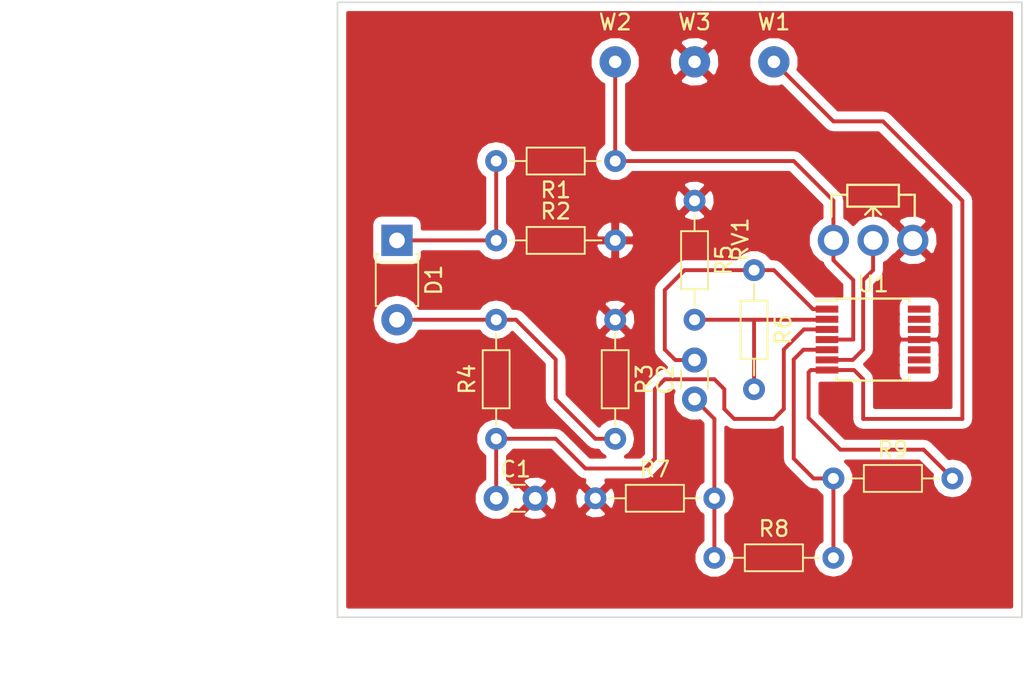
<source format=kicad_pcb>
(kicad_pcb (version 4) (host pcbnew 4.0.5-e0-6337~49~ubuntu16.04.1)

  (general
    (links 27)
    (no_connects 0)
    (area 111.530001 85.039999 177.215001 131.605)
    (thickness 1.6)
    (drawings 6)
    (tracks 79)
    (zones 0)
    (modules 17)
    (nets 18)
  )

  (page A4)
  (layers
    (0 F.Cu signal)
    (31 B.Cu signal)
    (32 B.Adhes user)
    (33 F.Adhes user)
    (34 B.Paste user)
    (35 F.Paste user)
    (36 B.SilkS user)
    (37 F.SilkS user)
    (38 B.Mask user)
    (39 F.Mask user)
    (40 Dwgs.User user)
    (41 Cmts.User user)
    (42 Eco1.User user)
    (43 Eco2.User user)
    (44 Edge.Cuts user)
    (45 Margin user)
    (46 B.CrtYd user)
    (47 F.CrtYd user)
    (48 B.Fab user)
    (49 F.Fab user)
  )

  (setup
    (last_trace_width 0.25)
    (trace_clearance 0.2)
    (zone_clearance 0.508)
    (zone_45_only no)
    (trace_min 0.2)
    (segment_width 0.2)
    (edge_width 0.1)
    (via_size 0.6)
    (via_drill 0.4)
    (via_min_size 0.2)
    (via_min_drill 0.3)
    (uvia_size 0.3)
    (uvia_drill 0.1)
    (uvias_allowed no)
    (uvia_min_size 0.2)
    (uvia_min_drill 0.1)
    (pcb_text_width 0.3)
    (pcb_text_size 1.5 1.5)
    (mod_edge_width 0.15)
    (mod_text_size 1 1)
    (mod_text_width 0.15)
    (pad_size 1.5 1.5)
    (pad_drill 0.6)
    (pad_to_mask_clearance 0)
    (aux_axis_origin 0 0)
    (visible_elements FFFFFF7F)
    (pcbplotparams
      (layerselection 0x00000_00000001)
      (usegerberextensions false)
      (excludeedgelayer true)
      (linewidth 0.100000)
      (plotframeref false)
      (viasonmask false)
      (mode 1)
      (useauxorigin false)
      (hpglpennumber 1)
      (hpglpenspeed 20)
      (hpglpendiameter 15)
      (hpglpenoverlay 2)
      (psnegative true)
      (psa4output false)
      (plotreference true)
      (plotvalue true)
      (plotinvisibletext false)
      (padsonsilk false)
      (subtractmaskfromsilk false)
      (outputformat 4)
      (mirror false)
      (drillshape 0)
      (scaleselection 1)
      (outputdirectory /home/luis/Roboy/Sensors/))
  )

  (net 0 "")
  (net 1 "Net-(C1-Pad1)")
  (net 2 GND)
  (net 3 "Net-(C2-Pad1)")
  (net 4 "Net-(C2-Pad2)")
  (net 5 "Net-(D1-Pad1)")
  (net 6 "Net-(D1-Pad2)")
  (net 7 +5V)
  (net 8 "Net-(R5-Pad2)")
  (net 9 "Net-(R8-Pad2)")
  (net 10 "Net-(R9-Pad2)")
  (net 11 "Net-(RV1-Pad2)")
  (net 12 "Net-(U1-Pad8)")
  (net 13 "Net-(U1-Pad9)")
  (net 14 "Net-(U1-Pad10)")
  (net 15 "Net-(U1-Pad12)")
  (net 16 "Net-(U1-Pad13)")
  (net 17 "Net-(U1-Pad14)")

  (net_class Default "This is the default net class."
    (clearance 0.2)
    (trace_width 0.25)
    (via_dia 0.6)
    (via_drill 0.4)
    (uvia_dia 0.3)
    (uvia_drill 0.1)
    (add_net +5V)
    (add_net GND)
    (add_net "Net-(C1-Pad1)")
    (add_net "Net-(C2-Pad1)")
    (add_net "Net-(C2-Pad2)")
    (add_net "Net-(D1-Pad1)")
    (add_net "Net-(D1-Pad2)")
    (add_net "Net-(R5-Pad2)")
    (add_net "Net-(R8-Pad2)")
    (add_net "Net-(R9-Pad2)")
    (add_net "Net-(RV1-Pad2)")
    (add_net "Net-(U1-Pad10)")
    (add_net "Net-(U1-Pad12)")
    (add_net "Net-(U1-Pad13)")
    (add_net "Net-(U1-Pad14)")
    (add_net "Net-(U1-Pad8)")
    (add_net "Net-(U1-Pad9)")
  )

  (module Capacitors_THT:C_Disc_D3.0mm_W1.6mm_P2.50mm (layer F.Cu) (tedit 58765D06) (tstamp 588207E7)
    (at 143.51 116.84)
    (descr "C, Disc series, Radial, pin pitch=2.50mm, , diameter*width=3.0*1.6mm^2, Capacitor, http://www.vishay.com/docs/45233/krseries.pdf")
    (tags "C Disc series Radial pin pitch 2.50mm  diameter 3.0mm width 1.6mm Capacitor")
    (path /5880FD31)
    (fp_text reference C1 (at 1.25 -1.86) (layer F.SilkS)
      (effects (font (size 1 1) (thickness 0.15)))
    )
    (fp_text value 33p (at 1.25 1.86) (layer F.Fab)
      (effects (font (size 1 1) (thickness 0.15)))
    )
    (fp_line (start -0.25 -0.8) (end -0.25 0.8) (layer F.Fab) (width 0.1))
    (fp_line (start -0.25 0.8) (end 2.75 0.8) (layer F.Fab) (width 0.1))
    (fp_line (start 2.75 0.8) (end 2.75 -0.8) (layer F.Fab) (width 0.1))
    (fp_line (start 2.75 -0.8) (end -0.25 -0.8) (layer F.Fab) (width 0.1))
    (fp_line (start 0.663 -0.861) (end 1.837 -0.861) (layer F.SilkS) (width 0.12))
    (fp_line (start 0.663 0.861) (end 1.837 0.861) (layer F.SilkS) (width 0.12))
    (fp_line (start -1.05 -1.15) (end -1.05 1.15) (layer F.CrtYd) (width 0.05))
    (fp_line (start -1.05 1.15) (end 3.55 1.15) (layer F.CrtYd) (width 0.05))
    (fp_line (start 3.55 1.15) (end 3.55 -1.15) (layer F.CrtYd) (width 0.05))
    (fp_line (start 3.55 -1.15) (end -1.05 -1.15) (layer F.CrtYd) (width 0.05))
    (pad 1 thru_hole circle (at 0 0) (size 1.6 1.6) (drill 0.8) (layers *.Cu *.Mask)
      (net 1 "Net-(C1-Pad1)"))
    (pad 2 thru_hole circle (at 2.5 0) (size 1.6 1.6) (drill 0.8) (layers *.Cu *.Mask)
      (net 2 GND))
    (model Capacitors_ThroughHole.3dshapes/C_Disc_D3.0mm_W1.6mm_P2.50mm.wrl
      (at (xyz 0 0 0))
      (scale (xyz 0.393701 0.393701 0.393701))
      (rotate (xyz 0 0 0))
    )
  )

  (module Capacitors_THT:C_Disc_D3.0mm_W1.6mm_P2.50mm (layer F.Cu) (tedit 58765D06) (tstamp 588207ED)
    (at 156.21 110.49 90)
    (descr "C, Disc series, Radial, pin pitch=2.50mm, , diameter*width=3.0*1.6mm^2, Capacitor, http://www.vishay.com/docs/45233/krseries.pdf")
    (tags "C Disc series Radial pin pitch 2.50mm  diameter 3.0mm width 1.6mm Capacitor")
    (path /58810E8C)
    (fp_text reference C2 (at 1.25 -1.86 90) (layer F.SilkS)
      (effects (font (size 1 1) (thickness 0.15)))
    )
    (fp_text value 100n (at 1.25 1.86 90) (layer F.Fab)
      (effects (font (size 1 1) (thickness 0.15)))
    )
    (fp_line (start -0.25 -0.8) (end -0.25 0.8) (layer F.Fab) (width 0.1))
    (fp_line (start -0.25 0.8) (end 2.75 0.8) (layer F.Fab) (width 0.1))
    (fp_line (start 2.75 0.8) (end 2.75 -0.8) (layer F.Fab) (width 0.1))
    (fp_line (start 2.75 -0.8) (end -0.25 -0.8) (layer F.Fab) (width 0.1))
    (fp_line (start 0.663 -0.861) (end 1.837 -0.861) (layer F.SilkS) (width 0.12))
    (fp_line (start 0.663 0.861) (end 1.837 0.861) (layer F.SilkS) (width 0.12))
    (fp_line (start -1.05 -1.15) (end -1.05 1.15) (layer F.CrtYd) (width 0.05))
    (fp_line (start -1.05 1.15) (end 3.55 1.15) (layer F.CrtYd) (width 0.05))
    (fp_line (start 3.55 1.15) (end 3.55 -1.15) (layer F.CrtYd) (width 0.05))
    (fp_line (start 3.55 -1.15) (end -1.05 -1.15) (layer F.CrtYd) (width 0.05))
    (pad 1 thru_hole circle (at 0 0 90) (size 1.6 1.6) (drill 0.8) (layers *.Cu *.Mask)
      (net 3 "Net-(C2-Pad1)"))
    (pad 2 thru_hole circle (at 2.5 0 90) (size 1.6 1.6) (drill 0.8) (layers *.Cu *.Mask)
      (net 4 "Net-(C2-Pad2)"))
    (model Capacitors_ThroughHole.3dshapes/C_Disc_D3.0mm_W1.6mm_P2.50mm.wrl
      (at (xyz 0 0 0))
      (scale (xyz 0.393701 0.393701 0.393701))
      (rotate (xyz 0 0 0))
    )
  )

  (module Diodes_THT:D_T-1_P5.08mm_Horizontal (layer F.Cu) (tedit 5877C982) (tstamp 588207F3)
    (at 137.16 100.33 270)
    (descr "D, T-1 series, Axial, Horizontal, pin pitch=5.08mm, , length*diameter=3.2*2.6mm^2, , http://www.diodes.com/_files/packages/T-1.pdf")
    (tags "D T-1 series Axial Horizontal pin pitch 5.08mm  length 3.2mm diameter 2.6mm")
    (path /5880F4BA)
    (fp_text reference D1 (at 2.54 -2.36 270) (layer F.SilkS)
      (effects (font (size 1 1) (thickness 0.15)))
    )
    (fp_text value D_Photo (at 2.54 2.36 270) (layer F.Fab)
      (effects (font (size 1 1) (thickness 0.15)))
    )
    (fp_line (start 0.94 -1.3) (end 0.94 1.3) (layer F.Fab) (width 0.1))
    (fp_line (start 0.94 1.3) (end 4.14 1.3) (layer F.Fab) (width 0.1))
    (fp_line (start 4.14 1.3) (end 4.14 -1.3) (layer F.Fab) (width 0.1))
    (fp_line (start 4.14 -1.3) (end 0.94 -1.3) (layer F.Fab) (width 0.1))
    (fp_line (start 0 0) (end 0.94 0) (layer F.Fab) (width 0.1))
    (fp_line (start 5.08 0) (end 4.14 0) (layer F.Fab) (width 0.1))
    (fp_line (start 1.42 -1.3) (end 1.42 1.3) (layer F.Fab) (width 0.1))
    (fp_line (start 0.88 -1.18) (end 0.88 -1.36) (layer F.SilkS) (width 0.12))
    (fp_line (start 0.88 -1.36) (end 4.2 -1.36) (layer F.SilkS) (width 0.12))
    (fp_line (start 4.2 -1.36) (end 4.2 -1.18) (layer F.SilkS) (width 0.12))
    (fp_line (start 0.88 1.18) (end 0.88 1.36) (layer F.SilkS) (width 0.12))
    (fp_line (start 0.88 1.36) (end 4.2 1.36) (layer F.SilkS) (width 0.12))
    (fp_line (start 4.2 1.36) (end 4.2 1.18) (layer F.SilkS) (width 0.12))
    (fp_line (start 1.42 -1.36) (end 1.42 1.36) (layer F.SilkS) (width 0.12))
    (fp_line (start -1.25 -1.65) (end -1.25 1.65) (layer F.CrtYd) (width 0.05))
    (fp_line (start -1.25 1.65) (end 6.35 1.65) (layer F.CrtYd) (width 0.05))
    (fp_line (start 6.35 1.65) (end 6.35 -1.65) (layer F.CrtYd) (width 0.05))
    (fp_line (start 6.35 -1.65) (end -1.25 -1.65) (layer F.CrtYd) (width 0.05))
    (pad 1 thru_hole rect (at 0 0 270) (size 2 2) (drill 1) (layers *.Cu *.Mask)
      (net 5 "Net-(D1-Pad1)"))
    (pad 2 thru_hole oval (at 5.08 0 270) (size 2 2) (drill 1) (layers *.Cu *.Mask)
      (net 6 "Net-(D1-Pad2)"))
    (model Diodes_ThroughHole.3dshapes/D_T-1_P5.08mm_Horizontal.wrl
      (at (xyz 0 0 0))
      (scale (xyz 0.393701 0.393701 0.393701))
      (rotate (xyz 0 0 0))
    )
  )

  (module Resistors_THT:R_Axial_DIN0204_L3.6mm_D1.6mm_P7.62mm_Horizontal (layer F.Cu) (tedit 5874F706) (tstamp 588207F9)
    (at 151.13 95.25 180)
    (descr "Resistor, Axial_DIN0204 series, Axial, Horizontal, pin pitch=7.62mm, 0.16666666666666666W = 1/6W, length*diameter=3.6*1.6mm^2, http://cdn-reichelt.de/documents/datenblatt/B400/1_4W%23YAG.pdf")
    (tags "Resistor Axial_DIN0204 series Axial Horizontal pin pitch 7.62mm 0.16666666666666666W = 1/6W length 3.6mm diameter 1.6mm")
    (path /5880F5D2)
    (fp_text reference R1 (at 3.81 -1.86 180) (layer F.SilkS)
      (effects (font (size 1 1) (thickness 0.15)))
    )
    (fp_text value 15k (at 3.81 1.86 180) (layer F.Fab)
      (effects (font (size 1 1) (thickness 0.15)))
    )
    (fp_line (start 2.01 -0.8) (end 2.01 0.8) (layer F.Fab) (width 0.1))
    (fp_line (start 2.01 0.8) (end 5.61 0.8) (layer F.Fab) (width 0.1))
    (fp_line (start 5.61 0.8) (end 5.61 -0.8) (layer F.Fab) (width 0.1))
    (fp_line (start 5.61 -0.8) (end 2.01 -0.8) (layer F.Fab) (width 0.1))
    (fp_line (start 0 0) (end 2.01 0) (layer F.Fab) (width 0.1))
    (fp_line (start 7.62 0) (end 5.61 0) (layer F.Fab) (width 0.1))
    (fp_line (start 1.95 -0.86) (end 1.95 0.86) (layer F.SilkS) (width 0.12))
    (fp_line (start 1.95 0.86) (end 5.67 0.86) (layer F.SilkS) (width 0.12))
    (fp_line (start 5.67 0.86) (end 5.67 -0.86) (layer F.SilkS) (width 0.12))
    (fp_line (start 5.67 -0.86) (end 1.95 -0.86) (layer F.SilkS) (width 0.12))
    (fp_line (start 0.88 0) (end 1.95 0) (layer F.SilkS) (width 0.12))
    (fp_line (start 6.74 0) (end 5.67 0) (layer F.SilkS) (width 0.12))
    (fp_line (start -0.95 -1.15) (end -0.95 1.15) (layer F.CrtYd) (width 0.05))
    (fp_line (start -0.95 1.15) (end 8.6 1.15) (layer F.CrtYd) (width 0.05))
    (fp_line (start 8.6 1.15) (end 8.6 -1.15) (layer F.CrtYd) (width 0.05))
    (fp_line (start 8.6 -1.15) (end -0.95 -1.15) (layer F.CrtYd) (width 0.05))
    (pad 1 thru_hole circle (at 0 0 180) (size 1.4 1.4) (drill 0.7) (layers *.Cu *.Mask)
      (net 7 +5V))
    (pad 2 thru_hole oval (at 7.62 0 180) (size 1.4 1.4) (drill 0.7) (layers *.Cu *.Mask)
      (net 5 "Net-(D1-Pad1)"))
    (model Resistors_ThroughHole.3dshapes/R_Axial_DIN0204_L3.6mm_D1.6mm_P7.62mm_Horizontal.wrl
      (at (xyz 0 0 0))
      (scale (xyz 0.393701 0.393701 0.393701))
      (rotate (xyz 0 0 0))
    )
  )

  (module Resistors_THT:R_Axial_DIN0204_L3.6mm_D1.6mm_P7.62mm_Horizontal (layer F.Cu) (tedit 5874F706) (tstamp 588207FF)
    (at 143.51 100.33)
    (descr "Resistor, Axial_DIN0204 series, Axial, Horizontal, pin pitch=7.62mm, 0.16666666666666666W = 1/6W, length*diameter=3.6*1.6mm^2, http://cdn-reichelt.de/documents/datenblatt/B400/1_4W%23YAG.pdf")
    (tags "Resistor Axial_DIN0204 series Axial Horizontal pin pitch 7.62mm 0.16666666666666666W = 1/6W length 3.6mm diameter 1.6mm")
    (path /5880F64B)
    (fp_text reference R2 (at 3.81 -1.86) (layer F.SilkS)
      (effects (font (size 1 1) (thickness 0.15)))
    )
    (fp_text value 10k (at 3.81 1.86) (layer F.Fab)
      (effects (font (size 1 1) (thickness 0.15)))
    )
    (fp_line (start 2.01 -0.8) (end 2.01 0.8) (layer F.Fab) (width 0.1))
    (fp_line (start 2.01 0.8) (end 5.61 0.8) (layer F.Fab) (width 0.1))
    (fp_line (start 5.61 0.8) (end 5.61 -0.8) (layer F.Fab) (width 0.1))
    (fp_line (start 5.61 -0.8) (end 2.01 -0.8) (layer F.Fab) (width 0.1))
    (fp_line (start 0 0) (end 2.01 0) (layer F.Fab) (width 0.1))
    (fp_line (start 7.62 0) (end 5.61 0) (layer F.Fab) (width 0.1))
    (fp_line (start 1.95 -0.86) (end 1.95 0.86) (layer F.SilkS) (width 0.12))
    (fp_line (start 1.95 0.86) (end 5.67 0.86) (layer F.SilkS) (width 0.12))
    (fp_line (start 5.67 0.86) (end 5.67 -0.86) (layer F.SilkS) (width 0.12))
    (fp_line (start 5.67 -0.86) (end 1.95 -0.86) (layer F.SilkS) (width 0.12))
    (fp_line (start 0.88 0) (end 1.95 0) (layer F.SilkS) (width 0.12))
    (fp_line (start 6.74 0) (end 5.67 0) (layer F.SilkS) (width 0.12))
    (fp_line (start -0.95 -1.15) (end -0.95 1.15) (layer F.CrtYd) (width 0.05))
    (fp_line (start -0.95 1.15) (end 8.6 1.15) (layer F.CrtYd) (width 0.05))
    (fp_line (start 8.6 1.15) (end 8.6 -1.15) (layer F.CrtYd) (width 0.05))
    (fp_line (start 8.6 -1.15) (end -0.95 -1.15) (layer F.CrtYd) (width 0.05))
    (pad 1 thru_hole circle (at 0 0) (size 1.4 1.4) (drill 0.7) (layers *.Cu *.Mask)
      (net 5 "Net-(D1-Pad1)"))
    (pad 2 thru_hole oval (at 7.62 0) (size 1.4 1.4) (drill 0.7) (layers *.Cu *.Mask)
      (net 2 GND))
    (model Resistors_ThroughHole.3dshapes/R_Axial_DIN0204_L3.6mm_D1.6mm_P7.62mm_Horizontal.wrl
      (at (xyz 0 0 0))
      (scale (xyz 0.393701 0.393701 0.393701))
      (rotate (xyz 0 0 0))
    )
  )

  (module Resistors_THT:R_Axial_DIN0204_L3.6mm_D1.6mm_P7.62mm_Horizontal (layer F.Cu) (tedit 5874F706) (tstamp 58820805)
    (at 151.13 105.41 270)
    (descr "Resistor, Axial_DIN0204 series, Axial, Horizontal, pin pitch=7.62mm, 0.16666666666666666W = 1/6W, length*diameter=3.6*1.6mm^2, http://cdn-reichelt.de/documents/datenblatt/B400/1_4W%23YAG.pdf")
    (tags "Resistor Axial_DIN0204 series Axial Horizontal pin pitch 7.62mm 0.16666666666666666W = 1/6W length 3.6mm diameter 1.6mm")
    (path /5880FC83)
    (fp_text reference R3 (at 3.81 -1.86 270) (layer F.SilkS)
      (effects (font (size 1 1) (thickness 0.15)))
    )
    (fp_text value 100k (at 3.81 1.86 270) (layer F.Fab)
      (effects (font (size 1 1) (thickness 0.15)))
    )
    (fp_line (start 2.01 -0.8) (end 2.01 0.8) (layer F.Fab) (width 0.1))
    (fp_line (start 2.01 0.8) (end 5.61 0.8) (layer F.Fab) (width 0.1))
    (fp_line (start 5.61 0.8) (end 5.61 -0.8) (layer F.Fab) (width 0.1))
    (fp_line (start 5.61 -0.8) (end 2.01 -0.8) (layer F.Fab) (width 0.1))
    (fp_line (start 0 0) (end 2.01 0) (layer F.Fab) (width 0.1))
    (fp_line (start 7.62 0) (end 5.61 0) (layer F.Fab) (width 0.1))
    (fp_line (start 1.95 -0.86) (end 1.95 0.86) (layer F.SilkS) (width 0.12))
    (fp_line (start 1.95 0.86) (end 5.67 0.86) (layer F.SilkS) (width 0.12))
    (fp_line (start 5.67 0.86) (end 5.67 -0.86) (layer F.SilkS) (width 0.12))
    (fp_line (start 5.67 -0.86) (end 1.95 -0.86) (layer F.SilkS) (width 0.12))
    (fp_line (start 0.88 0) (end 1.95 0) (layer F.SilkS) (width 0.12))
    (fp_line (start 6.74 0) (end 5.67 0) (layer F.SilkS) (width 0.12))
    (fp_line (start -0.95 -1.15) (end -0.95 1.15) (layer F.CrtYd) (width 0.05))
    (fp_line (start -0.95 1.15) (end 8.6 1.15) (layer F.CrtYd) (width 0.05))
    (fp_line (start 8.6 1.15) (end 8.6 -1.15) (layer F.CrtYd) (width 0.05))
    (fp_line (start 8.6 -1.15) (end -0.95 -1.15) (layer F.CrtYd) (width 0.05))
    (pad 1 thru_hole circle (at 0 0 270) (size 1.4 1.4) (drill 0.7) (layers *.Cu *.Mask)
      (net 2 GND))
    (pad 2 thru_hole oval (at 7.62 0 270) (size 1.4 1.4) (drill 0.7) (layers *.Cu *.Mask)
      (net 6 "Net-(D1-Pad2)"))
    (model Resistors_ThroughHole.3dshapes/R_Axial_DIN0204_L3.6mm_D1.6mm_P7.62mm_Horizontal.wrl
      (at (xyz 0 0 0))
      (scale (xyz 0.393701 0.393701 0.393701))
      (rotate (xyz 0 0 0))
    )
  )

  (module Resistors_THT:R_Axial_DIN0204_L3.6mm_D1.6mm_P7.62mm_Horizontal (layer F.Cu) (tedit 5874F706) (tstamp 5882080B)
    (at 143.51 113.03 90)
    (descr "Resistor, Axial_DIN0204 series, Axial, Horizontal, pin pitch=7.62mm, 0.16666666666666666W = 1/6W, length*diameter=3.6*1.6mm^2, http://cdn-reichelt.de/documents/datenblatt/B400/1_4W%23YAG.pdf")
    (tags "Resistor Axial_DIN0204 series Axial Horizontal pin pitch 7.62mm 0.16666666666666666W = 1/6W length 3.6mm diameter 1.6mm")
    (path /5880FBD5)
    (fp_text reference R4 (at 3.81 -1.86 90) (layer F.SilkS)
      (effects (font (size 1 1) (thickness 0.15)))
    )
    (fp_text value 10k (at 3.81 1.86 90) (layer F.Fab)
      (effects (font (size 1 1) (thickness 0.15)))
    )
    (fp_line (start 2.01 -0.8) (end 2.01 0.8) (layer F.Fab) (width 0.1))
    (fp_line (start 2.01 0.8) (end 5.61 0.8) (layer F.Fab) (width 0.1))
    (fp_line (start 5.61 0.8) (end 5.61 -0.8) (layer F.Fab) (width 0.1))
    (fp_line (start 5.61 -0.8) (end 2.01 -0.8) (layer F.Fab) (width 0.1))
    (fp_line (start 0 0) (end 2.01 0) (layer F.Fab) (width 0.1))
    (fp_line (start 7.62 0) (end 5.61 0) (layer F.Fab) (width 0.1))
    (fp_line (start 1.95 -0.86) (end 1.95 0.86) (layer F.SilkS) (width 0.12))
    (fp_line (start 1.95 0.86) (end 5.67 0.86) (layer F.SilkS) (width 0.12))
    (fp_line (start 5.67 0.86) (end 5.67 -0.86) (layer F.SilkS) (width 0.12))
    (fp_line (start 5.67 -0.86) (end 1.95 -0.86) (layer F.SilkS) (width 0.12))
    (fp_line (start 0.88 0) (end 1.95 0) (layer F.SilkS) (width 0.12))
    (fp_line (start 6.74 0) (end 5.67 0) (layer F.SilkS) (width 0.12))
    (fp_line (start -0.95 -1.15) (end -0.95 1.15) (layer F.CrtYd) (width 0.05))
    (fp_line (start -0.95 1.15) (end 8.6 1.15) (layer F.CrtYd) (width 0.05))
    (fp_line (start 8.6 1.15) (end 8.6 -1.15) (layer F.CrtYd) (width 0.05))
    (fp_line (start 8.6 -1.15) (end -0.95 -1.15) (layer F.CrtYd) (width 0.05))
    (pad 1 thru_hole circle (at 0 0 90) (size 1.4 1.4) (drill 0.7) (layers *.Cu *.Mask)
      (net 1 "Net-(C1-Pad1)"))
    (pad 2 thru_hole oval (at 7.62 0 90) (size 1.4 1.4) (drill 0.7) (layers *.Cu *.Mask)
      (net 6 "Net-(D1-Pad2)"))
    (model Resistors_ThroughHole.3dshapes/R_Axial_DIN0204_L3.6mm_D1.6mm_P7.62mm_Horizontal.wrl
      (at (xyz 0 0 0))
      (scale (xyz 0.393701 0.393701 0.393701))
      (rotate (xyz 0 0 0))
    )
  )

  (module Resistors_THT:R_Axial_DIN0204_L3.6mm_D1.6mm_P7.62mm_Horizontal (layer F.Cu) (tedit 5874F706) (tstamp 58820811)
    (at 156.21 97.79 270)
    (descr "Resistor, Axial_DIN0204 series, Axial, Horizontal, pin pitch=7.62mm, 0.16666666666666666W = 1/6W, length*diameter=3.6*1.6mm^2, http://cdn-reichelt.de/documents/datenblatt/B400/1_4W%23YAG.pdf")
    (tags "Resistor Axial_DIN0204 series Axial Horizontal pin pitch 7.62mm 0.16666666666666666W = 1/6W length 3.6mm diameter 1.6mm")
    (path /5880FDCA)
    (fp_text reference R5 (at 3.81 -1.86 270) (layer F.SilkS)
      (effects (font (size 1 1) (thickness 0.15)))
    )
    (fp_text value 1k (at 3.81 1.86 270) (layer F.Fab)
      (effects (font (size 1 1) (thickness 0.15)))
    )
    (fp_line (start 2.01 -0.8) (end 2.01 0.8) (layer F.Fab) (width 0.1))
    (fp_line (start 2.01 0.8) (end 5.61 0.8) (layer F.Fab) (width 0.1))
    (fp_line (start 5.61 0.8) (end 5.61 -0.8) (layer F.Fab) (width 0.1))
    (fp_line (start 5.61 -0.8) (end 2.01 -0.8) (layer F.Fab) (width 0.1))
    (fp_line (start 0 0) (end 2.01 0) (layer F.Fab) (width 0.1))
    (fp_line (start 7.62 0) (end 5.61 0) (layer F.Fab) (width 0.1))
    (fp_line (start 1.95 -0.86) (end 1.95 0.86) (layer F.SilkS) (width 0.12))
    (fp_line (start 1.95 0.86) (end 5.67 0.86) (layer F.SilkS) (width 0.12))
    (fp_line (start 5.67 0.86) (end 5.67 -0.86) (layer F.SilkS) (width 0.12))
    (fp_line (start 5.67 -0.86) (end 1.95 -0.86) (layer F.SilkS) (width 0.12))
    (fp_line (start 0.88 0) (end 1.95 0) (layer F.SilkS) (width 0.12))
    (fp_line (start 6.74 0) (end 5.67 0) (layer F.SilkS) (width 0.12))
    (fp_line (start -0.95 -1.15) (end -0.95 1.15) (layer F.CrtYd) (width 0.05))
    (fp_line (start -0.95 1.15) (end 8.6 1.15) (layer F.CrtYd) (width 0.05))
    (fp_line (start 8.6 1.15) (end 8.6 -1.15) (layer F.CrtYd) (width 0.05))
    (fp_line (start 8.6 -1.15) (end -0.95 -1.15) (layer F.CrtYd) (width 0.05))
    (pad 1 thru_hole circle (at 0 0 270) (size 1.4 1.4) (drill 0.7) (layers *.Cu *.Mask)
      (net 2 GND))
    (pad 2 thru_hole oval (at 7.62 0 270) (size 1.4 1.4) (drill 0.7) (layers *.Cu *.Mask)
      (net 8 "Net-(R5-Pad2)"))
    (model Resistors_ThroughHole.3dshapes/R_Axial_DIN0204_L3.6mm_D1.6mm_P7.62mm_Horizontal.wrl
      (at (xyz 0 0 0))
      (scale (xyz 0.393701 0.393701 0.393701))
      (rotate (xyz 0 0 0))
    )
  )

  (module Resistors_THT:R_Axial_DIN0204_L3.6mm_D1.6mm_P7.62mm_Horizontal (layer F.Cu) (tedit 5874F706) (tstamp 58820817)
    (at 160.02 102.235 270)
    (descr "Resistor, Axial_DIN0204 series, Axial, Horizontal, pin pitch=7.62mm, 0.16666666666666666W = 1/6W, length*diameter=3.6*1.6mm^2, http://cdn-reichelt.de/documents/datenblatt/B400/1_4W%23YAG.pdf")
    (tags "Resistor Axial_DIN0204 series Axial Horizontal pin pitch 7.62mm 0.16666666666666666W = 1/6W length 3.6mm diameter 1.6mm")
    (path /58810266)
    (fp_text reference R6 (at 3.81 -1.86 270) (layer F.SilkS)
      (effects (font (size 1 1) (thickness 0.15)))
    )
    (fp_text value 40k (at 3.81 1.86 270) (layer F.Fab)
      (effects (font (size 1 1) (thickness 0.15)))
    )
    (fp_line (start 2.01 -0.8) (end 2.01 0.8) (layer F.Fab) (width 0.1))
    (fp_line (start 2.01 0.8) (end 5.61 0.8) (layer F.Fab) (width 0.1))
    (fp_line (start 5.61 0.8) (end 5.61 -0.8) (layer F.Fab) (width 0.1))
    (fp_line (start 5.61 -0.8) (end 2.01 -0.8) (layer F.Fab) (width 0.1))
    (fp_line (start 0 0) (end 2.01 0) (layer F.Fab) (width 0.1))
    (fp_line (start 7.62 0) (end 5.61 0) (layer F.Fab) (width 0.1))
    (fp_line (start 1.95 -0.86) (end 1.95 0.86) (layer F.SilkS) (width 0.12))
    (fp_line (start 1.95 0.86) (end 5.67 0.86) (layer F.SilkS) (width 0.12))
    (fp_line (start 5.67 0.86) (end 5.67 -0.86) (layer F.SilkS) (width 0.12))
    (fp_line (start 5.67 -0.86) (end 1.95 -0.86) (layer F.SilkS) (width 0.12))
    (fp_line (start 0.88 0) (end 1.95 0) (layer F.SilkS) (width 0.12))
    (fp_line (start 6.74 0) (end 5.67 0) (layer F.SilkS) (width 0.12))
    (fp_line (start -0.95 -1.15) (end -0.95 1.15) (layer F.CrtYd) (width 0.05))
    (fp_line (start -0.95 1.15) (end 8.6 1.15) (layer F.CrtYd) (width 0.05))
    (fp_line (start 8.6 1.15) (end 8.6 -1.15) (layer F.CrtYd) (width 0.05))
    (fp_line (start 8.6 -1.15) (end -0.95 -1.15) (layer F.CrtYd) (width 0.05))
    (pad 1 thru_hole circle (at 0 0 270) (size 1.4 1.4) (drill 0.7) (layers *.Cu *.Mask)
      (net 4 "Net-(C2-Pad2)"))
    (pad 2 thru_hole oval (at 7.62 0 270) (size 1.4 1.4) (drill 0.7) (layers *.Cu *.Mask)
      (net 8 "Net-(R5-Pad2)"))
    (model Resistors_ThroughHole.3dshapes/R_Axial_DIN0204_L3.6mm_D1.6mm_P7.62mm_Horizontal.wrl
      (at (xyz 0 0 0))
      (scale (xyz 0.393701 0.393701 0.393701))
      (rotate (xyz 0 0 0))
    )
  )

  (module Resistors_THT:R_Axial_DIN0204_L3.6mm_D1.6mm_P7.62mm_Horizontal (layer F.Cu) (tedit 5874F706) (tstamp 5882081D)
    (at 149.86 116.84)
    (descr "Resistor, Axial_DIN0204 series, Axial, Horizontal, pin pitch=7.62mm, 0.16666666666666666W = 1/6W, length*diameter=3.6*1.6mm^2, http://cdn-reichelt.de/documents/datenblatt/B400/1_4W%23YAG.pdf")
    (tags "Resistor Axial_DIN0204 series Axial Horizontal pin pitch 7.62mm 0.16666666666666666W = 1/6W length 3.6mm diameter 1.6mm")
    (path /58810F56)
    (fp_text reference R7 (at 3.81 -1.86) (layer F.SilkS)
      (effects (font (size 1 1) (thickness 0.15)))
    )
    (fp_text value 10k (at 3.81 1.86) (layer F.Fab)
      (effects (font (size 1 1) (thickness 0.15)))
    )
    (fp_line (start 2.01 -0.8) (end 2.01 0.8) (layer F.Fab) (width 0.1))
    (fp_line (start 2.01 0.8) (end 5.61 0.8) (layer F.Fab) (width 0.1))
    (fp_line (start 5.61 0.8) (end 5.61 -0.8) (layer F.Fab) (width 0.1))
    (fp_line (start 5.61 -0.8) (end 2.01 -0.8) (layer F.Fab) (width 0.1))
    (fp_line (start 0 0) (end 2.01 0) (layer F.Fab) (width 0.1))
    (fp_line (start 7.62 0) (end 5.61 0) (layer F.Fab) (width 0.1))
    (fp_line (start 1.95 -0.86) (end 1.95 0.86) (layer F.SilkS) (width 0.12))
    (fp_line (start 1.95 0.86) (end 5.67 0.86) (layer F.SilkS) (width 0.12))
    (fp_line (start 5.67 0.86) (end 5.67 -0.86) (layer F.SilkS) (width 0.12))
    (fp_line (start 5.67 -0.86) (end 1.95 -0.86) (layer F.SilkS) (width 0.12))
    (fp_line (start 0.88 0) (end 1.95 0) (layer F.SilkS) (width 0.12))
    (fp_line (start 6.74 0) (end 5.67 0) (layer F.SilkS) (width 0.12))
    (fp_line (start -0.95 -1.15) (end -0.95 1.15) (layer F.CrtYd) (width 0.05))
    (fp_line (start -0.95 1.15) (end 8.6 1.15) (layer F.CrtYd) (width 0.05))
    (fp_line (start 8.6 1.15) (end 8.6 -1.15) (layer F.CrtYd) (width 0.05))
    (fp_line (start 8.6 -1.15) (end -0.95 -1.15) (layer F.CrtYd) (width 0.05))
    (pad 1 thru_hole circle (at 0 0) (size 1.4 1.4) (drill 0.7) (layers *.Cu *.Mask)
      (net 2 GND))
    (pad 2 thru_hole oval (at 7.62 0) (size 1.4 1.4) (drill 0.7) (layers *.Cu *.Mask)
      (net 3 "Net-(C2-Pad1)"))
    (model Resistors_ThroughHole.3dshapes/R_Axial_DIN0204_L3.6mm_D1.6mm_P7.62mm_Horizontal.wrl
      (at (xyz 0 0 0))
      (scale (xyz 0.393701 0.393701 0.393701))
      (rotate (xyz 0 0 0))
    )
  )

  (module Resistors_THT:R_Axial_DIN0204_L3.6mm_D1.6mm_P7.62mm_Horizontal (layer F.Cu) (tedit 5874F706) (tstamp 58820823)
    (at 157.48 120.65)
    (descr "Resistor, Axial_DIN0204 series, Axial, Horizontal, pin pitch=7.62mm, 0.16666666666666666W = 1/6W, length*diameter=3.6*1.6mm^2, http://cdn-reichelt.de/documents/datenblatt/B400/1_4W%23YAG.pdf")
    (tags "Resistor Axial_DIN0204 series Axial Horizontal pin pitch 7.62mm 0.16666666666666666W = 1/6W length 3.6mm diameter 1.6mm")
    (path /58811407)
    (fp_text reference R8 (at 3.81 -1.86) (layer F.SilkS)
      (effects (font (size 1 1) (thickness 0.15)))
    )
    (fp_text value 1k (at 3.81 1.86) (layer F.Fab)
      (effects (font (size 1 1) (thickness 0.15)))
    )
    (fp_line (start 2.01 -0.8) (end 2.01 0.8) (layer F.Fab) (width 0.1))
    (fp_line (start 2.01 0.8) (end 5.61 0.8) (layer F.Fab) (width 0.1))
    (fp_line (start 5.61 0.8) (end 5.61 -0.8) (layer F.Fab) (width 0.1))
    (fp_line (start 5.61 -0.8) (end 2.01 -0.8) (layer F.Fab) (width 0.1))
    (fp_line (start 0 0) (end 2.01 0) (layer F.Fab) (width 0.1))
    (fp_line (start 7.62 0) (end 5.61 0) (layer F.Fab) (width 0.1))
    (fp_line (start 1.95 -0.86) (end 1.95 0.86) (layer F.SilkS) (width 0.12))
    (fp_line (start 1.95 0.86) (end 5.67 0.86) (layer F.SilkS) (width 0.12))
    (fp_line (start 5.67 0.86) (end 5.67 -0.86) (layer F.SilkS) (width 0.12))
    (fp_line (start 5.67 -0.86) (end 1.95 -0.86) (layer F.SilkS) (width 0.12))
    (fp_line (start 0.88 0) (end 1.95 0) (layer F.SilkS) (width 0.12))
    (fp_line (start 6.74 0) (end 5.67 0) (layer F.SilkS) (width 0.12))
    (fp_line (start -0.95 -1.15) (end -0.95 1.15) (layer F.CrtYd) (width 0.05))
    (fp_line (start -0.95 1.15) (end 8.6 1.15) (layer F.CrtYd) (width 0.05))
    (fp_line (start 8.6 1.15) (end 8.6 -1.15) (layer F.CrtYd) (width 0.05))
    (fp_line (start 8.6 -1.15) (end -0.95 -1.15) (layer F.CrtYd) (width 0.05))
    (pad 1 thru_hole circle (at 0 0) (size 1.4 1.4) (drill 0.7) (layers *.Cu *.Mask)
      (net 3 "Net-(C2-Pad1)"))
    (pad 2 thru_hole oval (at 7.62 0) (size 1.4 1.4) (drill 0.7) (layers *.Cu *.Mask)
      (net 9 "Net-(R8-Pad2)"))
    (model Resistors_ThroughHole.3dshapes/R_Axial_DIN0204_L3.6mm_D1.6mm_P7.62mm_Horizontal.wrl
      (at (xyz 0 0 0))
      (scale (xyz 0.393701 0.393701 0.393701))
      (rotate (xyz 0 0 0))
    )
  )

  (module Resistors_THT:R_Axial_DIN0204_L3.6mm_D1.6mm_P7.62mm_Horizontal (layer F.Cu) (tedit 5874F706) (tstamp 58820829)
    (at 165.1 115.57)
    (descr "Resistor, Axial_DIN0204 series, Axial, Horizontal, pin pitch=7.62mm, 0.16666666666666666W = 1/6W, length*diameter=3.6*1.6mm^2, http://cdn-reichelt.de/documents/datenblatt/B400/1_4W%23YAG.pdf")
    (tags "Resistor Axial_DIN0204 series Axial Horizontal pin pitch 7.62mm 0.16666666666666666W = 1/6W length 3.6mm diameter 1.6mm")
    (path /58811464)
    (fp_text reference R9 (at 3.81 -1.86) (layer F.SilkS)
      (effects (font (size 1 1) (thickness 0.15)))
    )
    (fp_text value 52k (at 3.81 1.86) (layer F.Fab)
      (effects (font (size 1 1) (thickness 0.15)))
    )
    (fp_line (start 2.01 -0.8) (end 2.01 0.8) (layer F.Fab) (width 0.1))
    (fp_line (start 2.01 0.8) (end 5.61 0.8) (layer F.Fab) (width 0.1))
    (fp_line (start 5.61 0.8) (end 5.61 -0.8) (layer F.Fab) (width 0.1))
    (fp_line (start 5.61 -0.8) (end 2.01 -0.8) (layer F.Fab) (width 0.1))
    (fp_line (start 0 0) (end 2.01 0) (layer F.Fab) (width 0.1))
    (fp_line (start 7.62 0) (end 5.61 0) (layer F.Fab) (width 0.1))
    (fp_line (start 1.95 -0.86) (end 1.95 0.86) (layer F.SilkS) (width 0.12))
    (fp_line (start 1.95 0.86) (end 5.67 0.86) (layer F.SilkS) (width 0.12))
    (fp_line (start 5.67 0.86) (end 5.67 -0.86) (layer F.SilkS) (width 0.12))
    (fp_line (start 5.67 -0.86) (end 1.95 -0.86) (layer F.SilkS) (width 0.12))
    (fp_line (start 0.88 0) (end 1.95 0) (layer F.SilkS) (width 0.12))
    (fp_line (start 6.74 0) (end 5.67 0) (layer F.SilkS) (width 0.12))
    (fp_line (start -0.95 -1.15) (end -0.95 1.15) (layer F.CrtYd) (width 0.05))
    (fp_line (start -0.95 1.15) (end 8.6 1.15) (layer F.CrtYd) (width 0.05))
    (fp_line (start 8.6 1.15) (end 8.6 -1.15) (layer F.CrtYd) (width 0.05))
    (fp_line (start 8.6 -1.15) (end -0.95 -1.15) (layer F.CrtYd) (width 0.05))
    (pad 1 thru_hole circle (at 0 0) (size 1.4 1.4) (drill 0.7) (layers *.Cu *.Mask)
      (net 9 "Net-(R8-Pad2)"))
    (pad 2 thru_hole oval (at 7.62 0) (size 1.4 1.4) (drill 0.7) (layers *.Cu *.Mask)
      (net 10 "Net-(R9-Pad2)"))
    (model Resistors_ThroughHole.3dshapes/R_Axial_DIN0204_L3.6mm_D1.6mm_P7.62mm_Horizontal.wrl
      (at (xyz 0 0 0))
      (scale (xyz 0.393701 0.393701 0.393701))
      (rotate (xyz 0 0 0))
    )
  )

  (module Potentiometers:Potentiometer_WirePads_Small (layer F.Cu) (tedit 5446FD75) (tstamp 58820830)
    (at 165.1 100.33 90)
    (descr "Potentiometer, Wire Pads only, small, RevA, 02 Aug 2010,")
    (tags "Potentiometer, Wire Pads only, small, RevA, 02 Aug 2010,")
    (path /58811C66)
    (fp_text reference RV1 (at 0.0508 -5.95884 90) (layer F.SilkS)
      (effects (font (size 1 1) (thickness 0.15)))
    )
    (fp_text value 10k (at -1.34874 10.78992 90) (layer F.Fab)
      (effects (font (size 1 1) (thickness 0.15)))
    )
    (fp_line (start 2.921 4.191) (end 2.921 5.207) (layer F.SilkS) (width 0.15))
    (fp_line (start 2.921 5.207) (end 1.524 5.207) (layer F.SilkS) (width 0.15))
    (fp_line (start 2.921 0.889) (end 2.921 -0.127) (layer F.SilkS) (width 0.15))
    (fp_line (start 2.921 -0.127) (end 1.524 -0.127) (layer F.SilkS) (width 0.15))
    (fp_line (start 2.159 2.54) (end 1.524 2.54) (layer F.SilkS) (width 0.15))
    (fp_line (start 2.159 2.54) (end 1.651 3.048) (layer F.SilkS) (width 0.15))
    (fp_line (start 2.159 2.54) (end 1.651 2.032) (layer F.SilkS) (width 0.15))
    (fp_line (start 2.159 0.889) (end 3.556 0.889) (layer F.SilkS) (width 0.15))
    (fp_line (start 3.556 0.889) (end 3.556 4.191) (layer F.SilkS) (width 0.15))
    (fp_line (start 3.556 4.191) (end 2.159 4.191) (layer F.SilkS) (width 0.15))
    (fp_line (start 2.159 4.191) (end 2.159 0.889) (layer F.SilkS) (width 0.15))
    (pad 2 thru_hole circle (at 0 2.54 90) (size 1.99898 1.99898) (drill 1.19888) (layers *.Cu *.Mask)
      (net 11 "Net-(RV1-Pad2)"))
    (pad 3 thru_hole circle (at 0 5.08 90) (size 1.99898 1.99898) (drill 1.19888) (layers *.Cu *.Mask)
      (net 2 GND))
    (pad 1 thru_hole circle (at 0 0 90) (size 1.99898 1.99898) (drill 1.19888) (layers *.Cu *.Mask)
      (net 7 +5V))
  )

  (module Housings_SSOP:TSSOP-14_4.4x5mm_Pitch0.65mm (layer F.Cu) (tedit 54130A77) (tstamp 58820852)
    (at 167.64 106.68)
    (descr "14-Lead Plastic Thin Shrink Small Outline (ST)-4.4 mm Body [TSSOP] (see Microchip Packaging Specification 00000049BS.pdf)")
    (tags "SSOP 0.65")
    (path /5880FE32)
    (attr smd)
    (fp_text reference U1 (at 0 -3.55) (layer F.SilkS)
      (effects (font (size 1 1) (thickness 0.15)))
    )
    (fp_text value MCP6004 (at 0 3.55) (layer F.Fab)
      (effects (font (size 1 1) (thickness 0.15)))
    )
    (fp_line (start -1.2 -2.5) (end 2.2 -2.5) (layer F.Fab) (width 0.15))
    (fp_line (start 2.2 -2.5) (end 2.2 2.5) (layer F.Fab) (width 0.15))
    (fp_line (start 2.2 2.5) (end -2.2 2.5) (layer F.Fab) (width 0.15))
    (fp_line (start -2.2 2.5) (end -2.2 -1.5) (layer F.Fab) (width 0.15))
    (fp_line (start -2.2 -1.5) (end -1.2 -2.5) (layer F.Fab) (width 0.15))
    (fp_line (start -3.95 -2.8) (end -3.95 2.8) (layer F.CrtYd) (width 0.05))
    (fp_line (start 3.95 -2.8) (end 3.95 2.8) (layer F.CrtYd) (width 0.05))
    (fp_line (start -3.95 -2.8) (end 3.95 -2.8) (layer F.CrtYd) (width 0.05))
    (fp_line (start -3.95 2.8) (end 3.95 2.8) (layer F.CrtYd) (width 0.05))
    (fp_line (start -2.325 -2.625) (end -2.325 -2.5) (layer F.SilkS) (width 0.15))
    (fp_line (start 2.325 -2.625) (end 2.325 -2.4) (layer F.SilkS) (width 0.15))
    (fp_line (start 2.325 2.625) (end 2.325 2.4) (layer F.SilkS) (width 0.15))
    (fp_line (start -2.325 2.625) (end -2.325 2.4) (layer F.SilkS) (width 0.15))
    (fp_line (start -2.325 -2.625) (end 2.325 -2.625) (layer F.SilkS) (width 0.15))
    (fp_line (start -2.325 2.625) (end 2.325 2.625) (layer F.SilkS) (width 0.15))
    (fp_line (start -2.325 -2.5) (end -3.675 -2.5) (layer F.SilkS) (width 0.15))
    (pad 1 smd rect (at -2.95 -1.95) (size 1.45 0.45) (layers F.Cu F.Paste F.Mask)
      (net 4 "Net-(C2-Pad2)"))
    (pad 2 smd rect (at -2.95 -1.3) (size 1.45 0.45) (layers F.Cu F.Paste F.Mask)
      (net 8 "Net-(R5-Pad2)"))
    (pad 3 smd rect (at -2.95 -0.65) (size 1.45 0.45) (layers F.Cu F.Paste F.Mask)
      (net 1 "Net-(C1-Pad1)"))
    (pad 4 smd rect (at -2.95 0) (size 1.45 0.45) (layers F.Cu F.Paste F.Mask)
      (net 7 +5V))
    (pad 5 smd rect (at -2.95 0.65) (size 1.45 0.45) (layers F.Cu F.Paste F.Mask)
      (net 9 "Net-(R8-Pad2)"))
    (pad 6 smd rect (at -2.95 1.3) (size 1.45 0.45) (layers F.Cu F.Paste F.Mask)
      (net 11 "Net-(RV1-Pad2)"))
    (pad 7 smd rect (at -2.95 1.95) (size 1.45 0.45) (layers F.Cu F.Paste F.Mask)
      (net 10 "Net-(R9-Pad2)"))
    (pad 8 smd rect (at 2.95 1.95) (size 1.45 0.45) (layers F.Cu F.Paste F.Mask)
      (net 12 "Net-(U1-Pad8)"))
    (pad 9 smd rect (at 2.95 1.3) (size 1.45 0.45) (layers F.Cu F.Paste F.Mask)
      (net 13 "Net-(U1-Pad9)"))
    (pad 10 smd rect (at 2.95 0.65) (size 1.45 0.45) (layers F.Cu F.Paste F.Mask)
      (net 14 "Net-(U1-Pad10)"))
    (pad 11 smd rect (at 2.95 0) (size 1.45 0.45) (layers F.Cu F.Paste F.Mask)
      (net 2 GND))
    (pad 12 smd rect (at 2.95 -0.65) (size 1.45 0.45) (layers F.Cu F.Paste F.Mask)
      (net 15 "Net-(U1-Pad12)"))
    (pad 13 smd rect (at 2.95 -1.3) (size 1.45 0.45) (layers F.Cu F.Paste F.Mask)
      (net 16 "Net-(U1-Pad13)"))
    (pad 14 smd rect (at 2.95 -1.95) (size 1.45 0.45) (layers F.Cu F.Paste F.Mask)
      (net 17 "Net-(U1-Pad14)"))
    (model Housings_SSOP.3dshapes/TSSOP-14_4.4x5mm_Pitch0.65mm.wrl
      (at (xyz 0 0 0))
      (scale (xyz 1 1 1))
      (rotate (xyz 0 0 0))
    )
  )

  (module Wire_Pads:SolderWirePad_single_0-8mmDrill (layer F.Cu) (tedit 0) (tstamp 58820857)
    (at 161.29 88.9)
    (path /58815743)
    (fp_text reference W1 (at 0 -2.54) (layer F.SilkS)
      (effects (font (size 1 1) (thickness 0.15)))
    )
    (fp_text value Sgn_out (at 0 2.54) (layer F.Fab)
      (effects (font (size 1 1) (thickness 0.15)))
    )
    (pad 1 thru_hole circle (at 0 0) (size 1.99898 1.99898) (drill 0.8001) (layers *.Cu *.Mask)
      (net 10 "Net-(R9-Pad2)"))
  )

  (module Wire_Pads:SolderWirePad_single_0-8mmDrill (layer F.Cu) (tedit 0) (tstamp 58820915)
    (at 151.13 88.9)
    (path /58822A43)
    (fp_text reference W2 (at 0 -2.54) (layer F.SilkS)
      (effects (font (size 1 1) (thickness 0.15)))
    )
    (fp_text value Vcc (at 0 2.54) (layer F.Fab)
      (effects (font (size 1 1) (thickness 0.15)))
    )
    (pad 1 thru_hole circle (at 0 0) (size 1.99898 1.99898) (drill 0.8001) (layers *.Cu *.Mask)
      (net 7 +5V))
  )

  (module Wire_Pads:SolderWirePad_single_0-8mmDrill (layer F.Cu) (tedit 0) (tstamp 5882091A)
    (at 156.21 88.9)
    (path /58822AF4)
    (fp_text reference W3 (at 0 -2.54) (layer F.SilkS)
      (effects (font (size 1 1) (thickness 0.15)))
    )
    (fp_text value Gnd (at 0 2.54) (layer F.Fab)
      (effects (font (size 1 1) (thickness 0.15)))
    )
    (pad 1 thru_hole circle (at 0 0) (size 1.99898 1.99898) (drill 0.8001) (layers *.Cu *.Mask)
      (net 2 GND))
  )

  (dimension 39.37 (width 0.3) (layer Cmts.User)
    (gr_text "39,370 mm" (at 118.03 104.775 90) (layer Cmts.User)
      (effects (font (size 1.5 1.5) (thickness 0.3)))
    )
    (feature1 (pts (xy 123.825 85.09) (xy 116.68 85.09)))
    (feature2 (pts (xy 123.825 124.46) (xy 116.68 124.46)))
    (crossbar (pts (xy 119.38 124.46) (xy 119.38 85.09)))
    (arrow1a (pts (xy 119.38 85.09) (xy 119.966421 86.216504)))
    (arrow1b (pts (xy 119.38 85.09) (xy 118.793579 86.216504)))
    (arrow2a (pts (xy 119.38 124.46) (xy 119.966421 123.333496)))
    (arrow2b (pts (xy 119.38 124.46) (xy 118.793579 123.333496)))
  )
  (dimension 43.815 (width 0.3) (layer Cmts.User)
    (gr_text "43,815 mm" (at 155.2575 130.254999) (layer Cmts.User)
      (effects (font (size 1.5 1.5) (thickness 0.3)))
    )
    (feature1 (pts (xy 177.165 127) (xy 177.165 131.604999)))
    (feature2 (pts (xy 133.35 127) (xy 133.35 131.604999)))
    (crossbar (pts (xy 133.35 128.904999) (xy 177.165 128.904999)))
    (arrow1a (pts (xy 177.165 128.904999) (xy 176.038496 129.49142)))
    (arrow1b (pts (xy 177.165 128.904999) (xy 176.038496 128.318578)))
    (arrow2a (pts (xy 133.35 128.904999) (xy 134.476504 129.49142)))
    (arrow2b (pts (xy 133.35 128.904999) (xy 134.476504 128.318578)))
  )
  (gr_line (start 133.35 124.46) (end 133.35 85.09) (angle 90) (layer Edge.Cuts) (width 0.1))
  (gr_line (start 177.165 124.46) (end 133.35 124.46) (angle 90) (layer Edge.Cuts) (width 0.1))
  (gr_line (start 177.165 85.09) (end 177.165 124.46) (angle 90) (layer Edge.Cuts) (width 0.1))
  (gr_line (start 133.35 85.09) (end 177.165 85.09) (angle 90) (layer Edge.Cuts) (width 0.1))

  (segment (start 149.225 114.935) (end 153.035 114.935) (width 0.25) (layer F.Cu) (net 1))
  (segment (start 147.32 113.03) (end 149.225 114.935) (width 0.25) (layer F.Cu) (net 1) (tstamp 58821A04))
  (segment (start 153.035 114.935) (end 153.67 114.3) (width 0.25) (layer F.Cu) (net 1) (tstamp 58821A0F))
  (segment (start 153.67 114.3) (end 153.67 109.855) (width 0.25) (layer F.Cu) (net 1) (tstamp 58821A15))
  (segment (start 153.67 109.855) (end 154.305 109.22) (width 0.25) (layer F.Cu) (net 1) (tstamp 58821A23))
  (segment (start 154.305 109.22) (end 157.48 109.22) (width 0.25) (layer F.Cu) (net 1) (tstamp 58821A25))
  (segment (start 157.48 109.22) (end 158.115 109.855) (width 0.25) (layer F.Cu) (net 1) (tstamp 58821A27))
  (segment (start 158.115 109.855) (end 158.115 111.125) (width 0.25) (layer F.Cu) (net 1) (tstamp 58821A33))
  (segment (start 158.115 111.125) (end 158.75 111.76) (width 0.25) (layer F.Cu) (net 1) (tstamp 58821A37))
  (segment (start 158.75 111.76) (end 161.29 111.76) (width 0.25) (layer F.Cu) (net 1) (tstamp 58821A3B))
  (segment (start 161.29 111.76) (end 161.925 111.125) (width 0.25) (layer F.Cu) (net 1) (tstamp 58821A3F))
  (segment (start 161.925 111.125) (end 161.925 107.315) (width 0.25) (layer F.Cu) (net 1) (tstamp 58821A41))
  (segment (start 161.925 107.315) (end 163.21 106.03) (width 0.25) (layer F.Cu) (net 1) (tstamp 58821A48))
  (segment (start 164.69 106.03) (end 163.21 106.03) (width 0.25) (layer F.Cu) (net 1) (tstamp 58821A49))
  (segment (start 147.32 113.03) (end 143.51 113.03) (width 0.25) (layer F.Cu) (net 1))
  (segment (start 143.51 116.84) (end 143.51 113.03) (width 0.25) (layer F.Cu) (net 1) (status 80000))
  (segment (start 170.59 106.68) (end 168.91 106.68) (width 0.25) (layer F.Cu) (net 2))
  (segment (start 170.59 106.68) (end 172.085 106.68) (width 0.25) (layer F.Cu) (net 2))
  (segment (start 156.21 110.49) (end 157.48 111.76) (width 0.25) (layer F.Cu) (net 3) (status 80000))
  (segment (start 157.48 111.76) (end 157.48 116.84) (width 0.25) (layer F.Cu) (net 3) (status 80000))
  (segment (start 157.48 116.84) (end 157.48 120.65) (width 0.25) (layer F.Cu) (net 3) (status 80000))
  (segment (start 160.925 102.235) (end 161.29 102.235) (width 0.25) (layer F.Cu) (net 4))
  (segment (start 160.02 102.235) (end 160.925 102.235) (width 0.25) (layer F.Cu) (net 4))
  (segment (start 163.785 104.73) (end 164.69 104.73) (width 0.25) (layer F.Cu) (net 4) (tstamp 588219D2))
  (segment (start 161.29 102.235) (end 163.785 104.73) (width 0.25) (layer F.Cu) (net 4) (tstamp 588219C2))
  (segment (start 156.21 107.99) (end 154.98 107.99) (width 0.25) (layer F.Cu) (net 4))
  (segment (start 155.575 102.235) (end 160.02 102.235) (width 0.25) (layer F.Cu) (net 4) (tstamp 58821931))
  (segment (start 154.305 103.505) (end 155.575 102.235) (width 0.25) (layer F.Cu) (net 4) (tstamp 5882192C))
  (segment (start 154.305 107.315) (end 154.305 103.505) (width 0.25) (layer F.Cu) (net 4) (tstamp 58821929))
  (segment (start 154.98 107.99) (end 154.305 107.315) (width 0.25) (layer F.Cu) (net 4) (tstamp 58821927))
  (segment (start 156.21 107.99) (end 156.21 107.95) (width 0.25) (layer F.Cu) (net 4) (status 80000))
  (segment (start 137.16 100.33) (end 143.51 100.33) (width 0.25) (layer F.Cu) (net 5))
  (segment (start 143.51 100.33) (end 143.51 95.25) (width 0.25) (layer F.Cu) (net 5) (status 80000))
  (segment (start 143.51 105.41) (end 144.78 105.41) (width 0.25) (layer F.Cu) (net 6))
  (segment (start 149.86 113.03) (end 151.13 113.03) (width 0.25) (layer F.Cu) (net 6) (tstamp 5882371D))
  (segment (start 147.32 110.49) (end 149.86 113.03) (width 0.25) (layer F.Cu) (net 6) (tstamp 5882371A))
  (segment (start 147.32 107.95) (end 147.32 110.49) (width 0.25) (layer F.Cu) (net 6) (tstamp 58823715))
  (segment (start 144.78 105.41) (end 147.32 107.95) (width 0.25) (layer F.Cu) (net 6) (tstamp 58823711))
  (segment (start 137.16 105.41) (end 143.51 105.41) (width 0.25) (layer F.Cu) (net 6))
  (segment (start 151.13 95.25) (end 162.56 95.25) (width 0.25) (layer F.Cu) (net 7))
  (segment (start 165.1 97.79) (end 165.1 100.33) (width 0.25) (layer F.Cu) (net 7) (tstamp 588241EF))
  (segment (start 162.56 95.25) (end 165.1 97.79) (width 0.25) (layer F.Cu) (net 7) (tstamp 588241EC))
  (segment (start 151.13 88.9) (end 151.13 95.25) (width 0.25) (layer F.Cu) (net 7) (status 80000))
  (segment (start 165.1 100.33) (end 165.1 101.6) (width 0.25) (layer F.Cu) (net 7) (status 80000))
  (segment (start 166.37 106.68) (end 164.69 106.68) (width 0.25) (layer F.Cu) (net 7) (status 80000))
  (segment (start 166.37 102.87) (end 166.37 106.68) (width 0.25) (layer F.Cu) (net 7) (status 80000))
  (segment (start 165.1 101.6) (end 166.37 102.87) (width 0.25) (layer F.Cu) (net 7) (status 80000))
  (segment (start 160.02 109.855) (end 160.02 105.41) (width 0.25) (layer F.Cu) (net 8))
  (segment (start 164.69 105.38) (end 165.1 105.41) (width 0.25) (layer F.Cu) (net 8) (status 80000))
  (segment (start 156.21 105.41) (end 160.02 105.41) (width 0.25) (layer F.Cu) (net 8) (status 80000))
  (segment (start 160.02 105.41) (end 165.1 105.41) (width 0.25) (layer F.Cu) (net 8) (tstamp 58821920) (status 80000))
  (segment (start 165.1 105.41) (end 164.69 105.38) (width 0.25) (layer F.Cu) (net 8) (tstamp 58820BD2) (status 80000))
  (segment (start 165.1 115.57) (end 163.83 115.57) (width 0.25) (layer F.Cu) (net 9))
  (segment (start 163.18 107.33) (end 164.69 107.33) (width 0.25) (layer F.Cu) (net 9) (tstamp 58823670))
  (segment (start 162.56 107.95) (end 163.18 107.33) (width 0.25) (layer F.Cu) (net 9) (tstamp 5882366F))
  (segment (start 162.56 114.3) (end 162.56 107.95) (width 0.25) (layer F.Cu) (net 9) (tstamp 5882366B))
  (segment (start 163.83 115.57) (end 162.56 114.3) (width 0.25) (layer F.Cu) (net 9) (tstamp 58823667))
  (segment (start 165.1 120.65) (end 165.1 115.57) (width 0.25) (layer F.Cu) (net 9) (status 80000))
  (segment (start 164.69 108.63) (end 163.658 108.63) (width 0.25) (layer F.Cu) (net 10))
  (segment (start 170.8785 113.7285) (end 172.72 115.57) (width 0.25) (layer F.Cu) (net 10) (tstamp 5882444F))
  (segment (start 165.5445 113.7285) (end 170.8785 113.7285) (width 0.25) (layer F.Cu) (net 10) (tstamp 5882444C))
  (segment (start 163.5125 111.6965) (end 165.5445 113.7285) (width 0.25) (layer F.Cu) (net 10) (tstamp 58824449))
  (segment (start 163.5125 108.7755) (end 163.5125 111.6965) (width 0.25) (layer F.Cu) (net 10) (tstamp 58824445))
  (segment (start 163.658 108.63) (end 163.5125 108.7755) (width 0.25) (layer F.Cu) (net 10) (tstamp 5882443F))
  (segment (start 164.69 108.63) (end 166.415 108.63) (width 0.25) (layer F.Cu) (net 10))
  (segment (start 165.1 92.71) (end 161.29 88.9) (width 0.25) (layer F.Cu) (net 10) (tstamp 58823FE0))
  (segment (start 168.275 92.71) (end 165.1 92.71) (width 0.25) (layer F.Cu) (net 10) (tstamp 58823FDE))
  (segment (start 173.355 97.79) (end 168.275 92.71) (width 0.25) (layer F.Cu) (net 10) (tstamp 58823FDC))
  (segment (start 173.355 111.76) (end 173.355 97.79) (width 0.25) (layer F.Cu) (net 10) (tstamp 58823FDA))
  (segment (start 173.355 111.76) (end 173.355 111.76) (width 0.25) (layer F.Cu) (net 10) (tstamp 58823FD9))
  (segment (start 167.005 111.76) (end 173.355 111.76) (width 0.25) (layer F.Cu) (net 10) (tstamp 58823FD8))
  (segment (start 167.005 109.22) (end 167.005 111.76) (width 0.25) (layer F.Cu) (net 10) (tstamp 58823FD7))
  (segment (start 166.415 108.63) (end 167.005 109.22) (width 0.25) (layer F.Cu) (net 10) (tstamp 58823FD6))
  (segment (start 164.69 107.98) (end 166.34 107.98) (width 0.25) (layer F.Cu) (net 11))
  (segment (start 167.64 102.235) (end 167.64 100.33) (width 0.25) (layer F.Cu) (net 11) (tstamp 5882369B))
  (segment (start 167.005 102.87) (end 167.64 102.235) (width 0.25) (layer F.Cu) (net 11) (tstamp 58823699))
  (segment (start 167.005 107.315) (end 167.005 102.87) (width 0.25) (layer F.Cu) (net 11) (tstamp 58823696))
  (segment (start 166.34 107.98) (end 167.005 107.315) (width 0.25) (layer F.Cu) (net 11) (tstamp 58823692))
  (segment (start 164.69 107.98) (end 165.1 107.95) (width 0.25) (layer F.Cu) (net 11) (status 80000))

  (zone (net 2) (net_name GND) (layer F.Cu) (tstamp 5882453E) (hatch edge 0.508)
    (connect_pads (clearance 0.508))
    (min_thickness 0.254)
    (fill yes (arc_segments 16) (thermal_gap 0.508) (thermal_bridge_width 0.508))
    (polygon
      (pts
        (xy 177.165 124.46) (xy 133.35 124.46) (xy 133.35 85.09) (xy 177.165 85.09)
      )
    )
    (filled_polygon
      (pts
        (xy 176.48 123.775) (xy 134.035 123.775) (xy 134.035 105.377968) (xy 135.525 105.377968) (xy 135.525 105.442032)
        (xy 135.649457 106.067719) (xy 136.00388 106.598152) (xy 136.534313 106.952575) (xy 137.16 107.077032) (xy 137.785687 106.952575)
        (xy 138.31612 106.598152) (xy 138.602201 106.17) (xy 142.4256 106.17) (xy 142.566012 106.380142) (xy 142.999118 106.669533)
        (xy 143.51 106.771154) (xy 144.020882 106.669533) (xy 144.453988 106.380142) (xy 144.542649 106.247451) (xy 146.56 108.264802)
        (xy 146.56 110.49) (xy 146.617852 110.780839) (xy 146.782599 111.027401) (xy 149.322599 113.567401) (xy 149.56916 113.732148)
        (xy 149.617414 113.741746) (xy 149.86 113.79) (xy 150.0456 113.79) (xy 150.186012 114.000142) (xy 150.447707 114.175)
        (xy 149.539802 114.175) (xy 147.857401 112.492599) (xy 147.610839 112.327852) (xy 147.32 112.27) (xy 144.637655 112.27)
        (xy 144.267204 111.898902) (xy 143.776713 111.695232) (xy 143.245617 111.694769) (xy 142.754771 111.897582) (xy 142.378902 112.272796)
        (xy 142.175232 112.763287) (xy 142.174769 113.294383) (xy 142.377582 113.785229) (xy 142.75 114.158297) (xy 142.75 115.601354)
        (xy 142.6982 115.622757) (xy 142.294176 116.026077) (xy 142.07525 116.553309) (xy 142.074752 117.124187) (xy 142.292757 117.6518)
        (xy 142.696077 118.055824) (xy 143.223309 118.27475) (xy 143.794187 118.275248) (xy 144.3218 118.057243) (xy 144.531663 117.847745)
        (xy 145.181861 117.847745) (xy 145.255995 118.093864) (xy 145.793223 118.286965) (xy 146.363454 118.259778) (xy 146.764005 118.093864)
        (xy 146.838139 117.847745) (xy 146.76567 117.775275) (xy 149.104331 117.775275) (xy 149.166169 118.011042) (xy 149.667122 118.187419)
        (xy 150.19744 118.158664) (xy 150.553831 118.011042) (xy 150.615669 117.775275) (xy 149.86 117.019605) (xy 149.104331 117.775275)
        (xy 146.76567 117.775275) (xy 146.01 117.019605) (xy 145.181861 117.847745) (xy 144.531663 117.847745) (xy 144.725824 117.653923)
        (xy 144.753423 117.587456) (xy 144.756136 117.594005) (xy 145.002255 117.668139) (xy 145.830395 116.84) (xy 146.189605 116.84)
        (xy 147.017745 117.668139) (xy 147.263864 117.594005) (xy 147.456965 117.056777) (xy 147.437434 116.647122) (xy 148.512581 116.647122)
        (xy 148.541336 117.17744) (xy 148.688958 117.533831) (xy 148.924725 117.595669) (xy 149.680395 116.84) (xy 150.039605 116.84)
        (xy 150.795275 117.595669) (xy 151.031042 117.533831) (xy 151.207419 117.032878) (xy 151.178664 116.50256) (xy 151.031042 116.146169)
        (xy 150.795275 116.084331) (xy 150.039605 116.84) (xy 149.680395 116.84) (xy 148.924725 116.084331) (xy 148.688958 116.146169)
        (xy 148.512581 116.647122) (xy 147.437434 116.647122) (xy 147.429778 116.486546) (xy 147.263864 116.085995) (xy 147.017745 116.011861)
        (xy 146.189605 116.84) (xy 145.830395 116.84) (xy 145.002255 116.011861) (xy 144.756136 116.085995) (xy 144.753804 116.092483)
        (xy 144.727243 116.0282) (xy 144.53164 115.832255) (xy 145.181861 115.832255) (xy 146.01 116.660395) (xy 146.838139 115.832255)
        (xy 146.764005 115.586136) (xy 146.226777 115.393035) (xy 145.656546 115.420222) (xy 145.255995 115.586136) (xy 145.181861 115.832255)
        (xy 144.53164 115.832255) (xy 144.323923 115.624176) (xy 144.27 115.601785) (xy 144.27 114.157655) (xy 144.638297 113.79)
        (xy 147.005198 113.79) (xy 148.687599 115.472401) (xy 148.934161 115.637148) (xy 149.162594 115.682587) (xy 149.104331 115.904725)
        (xy 149.86 116.660395) (xy 150.615669 115.904725) (xy 150.560661 115.695) (xy 153.035 115.695) (xy 153.325839 115.637148)
        (xy 153.572401 115.472401) (xy 154.207401 114.837401) (xy 154.372148 114.590839) (xy 154.43 114.3) (xy 154.43 110.169802)
        (xy 154.619802 109.98) (xy 154.867976 109.98) (xy 154.77525 110.203309) (xy 154.774752 110.774187) (xy 154.992757 111.3018)
        (xy 155.396077 111.705824) (xy 155.923309 111.92475) (xy 156.494187 111.925248) (xy 156.548149 111.902951) (xy 156.72 112.074802)
        (xy 156.72 115.7556) (xy 156.509858 115.896012) (xy 156.220467 116.329118) (xy 156.118846 116.84) (xy 156.220467 117.350882)
        (xy 156.509858 117.783988) (xy 156.72 117.9244) (xy 156.72 119.522345) (xy 156.348902 119.892796) (xy 156.145232 120.383287)
        (xy 156.144769 120.914383) (xy 156.347582 121.405229) (xy 156.722796 121.781098) (xy 157.213287 121.984768) (xy 157.744383 121.985231)
        (xy 158.235229 121.782418) (xy 158.611098 121.407204) (xy 158.814768 120.916713) (xy 158.815231 120.385617) (xy 158.612418 119.894771)
        (xy 158.24 119.521703) (xy 158.24 117.9244) (xy 158.450142 117.783988) (xy 158.739533 117.350882) (xy 158.841154 116.84)
        (xy 158.739533 116.329118) (xy 158.450142 115.896012) (xy 158.24 115.7556) (xy 158.24 112.31571) (xy 158.459161 112.462148)
        (xy 158.75 112.52) (xy 161.29 112.52) (xy 161.580839 112.462148) (xy 161.8 112.31571) (xy 161.8 114.3)
        (xy 161.857852 114.590839) (xy 162.022599 114.837401) (xy 163.292599 116.107401) (xy 163.53916 116.272148) (xy 163.83 116.33)
        (xy 163.972345 116.33) (xy 164.34 116.698297) (xy 164.34 119.5656) (xy 164.129858 119.706012) (xy 163.840467 120.139118)
        (xy 163.738846 120.65) (xy 163.840467 121.160882) (xy 164.129858 121.593988) (xy 164.562964 121.883379) (xy 165.073846 121.985)
        (xy 165.126154 121.985) (xy 165.637036 121.883379) (xy 166.070142 121.593988) (xy 166.359533 121.160882) (xy 166.461154 120.65)
        (xy 166.359533 120.139118) (xy 166.070142 119.706012) (xy 165.86 119.5656) (xy 165.86 116.697655) (xy 166.231098 116.327204)
        (xy 166.434768 115.836713) (xy 166.435231 115.305617) (xy 166.232418 114.814771) (xy 165.906716 114.4885) (xy 170.563698 114.4885)
        (xy 171.406355 115.331157) (xy 171.358846 115.57) (xy 171.460467 116.080882) (xy 171.749858 116.513988) (xy 172.182964 116.803379)
        (xy 172.693846 116.905) (xy 172.746154 116.905) (xy 173.257036 116.803379) (xy 173.690142 116.513988) (xy 173.979533 116.080882)
        (xy 174.081154 115.57) (xy 173.979533 115.059118) (xy 173.690142 114.626012) (xy 173.257036 114.336621) (xy 172.746154 114.235)
        (xy 172.693846 114.235) (xy 172.498632 114.27383) (xy 171.415901 113.191099) (xy 171.169339 113.026352) (xy 170.8785 112.9685)
        (xy 165.859302 112.9685) (xy 164.2725 111.381698) (xy 164.2725 109.50244) (xy 165.415 109.50244) (xy 165.650317 109.458162)
        (xy 165.756244 109.39) (xy 166.100198 109.39) (xy 166.245 109.534802) (xy 166.245 111.76) (xy 166.302852 112.050839)
        (xy 166.467599 112.297401) (xy 166.714161 112.462148) (xy 167.005 112.52) (xy 173.355 112.52) (xy 173.645839 112.462148)
        (xy 173.892401 112.297401) (xy 174.057148 112.050839) (xy 174.115 111.76) (xy 174.115 97.79) (xy 174.057148 97.499161)
        (xy 173.892401 97.252599) (xy 168.812401 92.172599) (xy 168.565839 92.007852) (xy 168.275 91.95) (xy 165.414802 91.95)
        (xy 162.855885 89.391083) (xy 162.924206 89.226547) (xy 162.924774 88.576306) (xy 162.676462 87.975345) (xy 162.217073 87.515154)
        (xy 161.616547 87.265794) (xy 160.966306 87.265226) (xy 160.365345 87.513538) (xy 159.905154 87.972927) (xy 159.655794 88.573453)
        (xy 159.655226 89.223694) (xy 159.903538 89.824655) (xy 160.362927 90.284846) (xy 160.963453 90.534206) (xy 161.613694 90.534774)
        (xy 161.780889 90.465691) (xy 164.562599 93.247401) (xy 164.809161 93.412148) (xy 165.1 93.47) (xy 167.960198 93.47)
        (xy 172.595 98.104802) (xy 172.595 111) (xy 167.765 111) (xy 167.765 109.22) (xy 167.707148 108.929161)
        (xy 167.542401 108.682599) (xy 167.127302 108.2675) (xy 167.542401 107.852401) (xy 167.707148 107.605839) (xy 167.765 107.315)
        (xy 167.765 104.505) (xy 169.21756 104.505) (xy 169.21756 104.955) (xy 169.237067 105.058671) (xy 169.21756 105.155)
        (xy 169.21756 105.605) (xy 169.237067 105.708671) (xy 169.21756 105.805) (xy 169.21756 106.255) (xy 169.23098 106.326323)
        (xy 169.23 106.32869) (xy 169.23 106.40875) (xy 169.250312 106.429062) (xy 169.261838 106.490317) (xy 169.385329 106.682227)
        (xy 169.268569 106.85311) (xy 169.253442 106.927808) (xy 169.23 106.95125) (xy 169.23 107.03131) (xy 169.231667 107.035335)
        (xy 169.21756 107.105) (xy 169.21756 107.555) (xy 169.237067 107.658671) (xy 169.21756 107.755) (xy 169.21756 108.205)
        (xy 169.237067 108.308671) (xy 169.21756 108.405) (xy 169.21756 108.855) (xy 169.261838 109.090317) (xy 169.40091 109.306441)
        (xy 169.61311 109.451431) (xy 169.865 109.50244) (xy 171.315 109.50244) (xy 171.550317 109.458162) (xy 171.766441 109.31909)
        (xy 171.911431 109.10689) (xy 171.96244 108.855) (xy 171.96244 108.405) (xy 171.942933 108.301329) (xy 171.96244 108.205)
        (xy 171.96244 107.755) (xy 171.942933 107.651329) (xy 171.96244 107.555) (xy 171.96244 107.105) (xy 171.94902 107.033677)
        (xy 171.95 107.03131) (xy 171.95 106.95125) (xy 171.929688 106.930938) (xy 171.918162 106.869683) (xy 171.794671 106.677773)
        (xy 171.911431 106.50689) (xy 171.926558 106.432192) (xy 171.95 106.40875) (xy 171.95 106.32869) (xy 171.948333 106.324665)
        (xy 171.96244 106.255) (xy 171.96244 105.805) (xy 171.942933 105.701329) (xy 171.96244 105.605) (xy 171.96244 105.155)
        (xy 171.942933 105.051329) (xy 171.96244 104.955) (xy 171.96244 104.505) (xy 171.918162 104.269683) (xy 171.77909 104.053559)
        (xy 171.56689 103.908569) (xy 171.315 103.85756) (xy 169.865 103.85756) (xy 169.629683 103.901838) (xy 169.413559 104.04091)
        (xy 169.268569 104.25311) (xy 169.21756 104.505) (xy 167.765 104.505) (xy 167.765 103.184802) (xy 168.177401 102.772401)
        (xy 168.342148 102.525839) (xy 168.4 102.235) (xy 168.4 101.784496) (xy 168.564655 101.716462) (xy 168.799362 101.482163)
        (xy 169.207443 101.482163) (xy 169.306042 101.748965) (xy 169.915582 101.975401) (xy 170.565377 101.951341) (xy 171.053958 101.748965)
        (xy 171.152557 101.482163) (xy 170.18 100.509605) (xy 169.207443 101.482163) (xy 168.799362 101.482163) (xy 168.992401 101.289461)
        (xy 169.027837 101.302557) (xy 170.000395 100.33) (xy 170.359605 100.33) (xy 171.332163 101.302557) (xy 171.598965 101.203958)
        (xy 171.825401 100.594418) (xy 171.801341 99.944623) (xy 171.598965 99.456042) (xy 171.332163 99.357443) (xy 170.359605 100.33)
        (xy 170.000395 100.33) (xy 169.027837 99.357443) (xy 168.991901 99.370724) (xy 168.799351 99.177837) (xy 169.207443 99.177837)
        (xy 170.18 100.150395) (xy 171.152557 99.177837) (xy 171.053958 98.911035) (xy 170.444418 98.684599) (xy 169.794623 98.708659)
        (xy 169.306042 98.911035) (xy 169.207443 99.177837) (xy 168.799351 99.177837) (xy 168.567073 98.945154) (xy 167.966547 98.695794)
        (xy 167.316306 98.695226) (xy 166.715345 98.943538) (xy 166.369801 99.28848) (xy 166.027073 98.945154) (xy 165.86 98.875779)
        (xy 165.86 97.79) (xy 165.802148 97.499161) (xy 165.802148 97.49916) (xy 165.637401 97.252599) (xy 163.097401 94.712599)
        (xy 162.850839 94.547852) (xy 162.56 94.49) (xy 152.257655 94.49) (xy 151.89 94.121703) (xy 151.89 90.354496)
        (xy 152.054655 90.286462) (xy 152.289363 90.052163) (xy 155.237443 90.052163) (xy 155.336042 90.318965) (xy 155.945582 90.545401)
        (xy 156.595377 90.521341) (xy 157.083958 90.318965) (xy 157.182557 90.052163) (xy 156.21 89.079605) (xy 155.237443 90.052163)
        (xy 152.289363 90.052163) (xy 152.514846 89.827073) (xy 152.764206 89.226547) (xy 152.764722 88.635582) (xy 154.564599 88.635582)
        (xy 154.588659 89.285377) (xy 154.791035 89.773958) (xy 155.057837 89.872557) (xy 156.030395 88.9) (xy 156.389605 88.9)
        (xy 157.362163 89.872557) (xy 157.628965 89.773958) (xy 157.855401 89.164418) (xy 157.831341 88.514623) (xy 157.628965 88.026042)
        (xy 157.362163 87.927443) (xy 156.389605 88.9) (xy 156.030395 88.9) (xy 155.057837 87.927443) (xy 154.791035 88.026042)
        (xy 154.564599 88.635582) (xy 152.764722 88.635582) (xy 152.764774 88.576306) (xy 152.516462 87.975345) (xy 152.289351 87.747837)
        (xy 155.237443 87.747837) (xy 156.21 88.720395) (xy 157.182557 87.747837) (xy 157.083958 87.481035) (xy 156.474418 87.254599)
        (xy 155.824623 87.278659) (xy 155.336042 87.481035) (xy 155.237443 87.747837) (xy 152.289351 87.747837) (xy 152.057073 87.515154)
        (xy 151.456547 87.265794) (xy 150.806306 87.265226) (xy 150.205345 87.513538) (xy 149.745154 87.972927) (xy 149.495794 88.573453)
        (xy 149.495226 89.223694) (xy 149.743538 89.824655) (xy 150.202927 90.284846) (xy 150.37 90.354221) (xy 150.37 94.122345)
        (xy 149.998902 94.492796) (xy 149.795232 94.983287) (xy 149.794769 95.514383) (xy 149.997582 96.005229) (xy 150.372796 96.381098)
        (xy 150.863287 96.584768) (xy 151.394383 96.585231) (xy 151.885229 96.382418) (xy 152.258297 96.01) (xy 162.245198 96.01)
        (xy 164.34 98.104802) (xy 164.34 98.875504) (xy 164.175345 98.943538) (xy 163.715154 99.402927) (xy 163.465794 100.003453)
        (xy 163.465226 100.653694) (xy 163.713538 101.254655) (xy 164.172927 101.714846) (xy 164.379943 101.800807) (xy 164.397852 101.890839)
        (xy 164.562599 102.137401) (xy 165.61 103.184802) (xy 165.61 103.897048) (xy 165.415 103.85756) (xy 163.987362 103.85756)
        (xy 161.827401 101.697599) (xy 161.580839 101.532852) (xy 161.29 101.475) (xy 161.147655 101.475) (xy 160.777204 101.103902)
        (xy 160.286713 100.900232) (xy 159.755617 100.899769) (xy 159.264771 101.102582) (xy 158.891703 101.475) (xy 155.575 101.475)
        (xy 155.28416 101.532852) (xy 155.037599 101.697599) (xy 153.767599 102.967599) (xy 153.602852 103.214161) (xy 153.545 103.505)
        (xy 153.545 107.315) (xy 153.602852 107.605839) (xy 153.767599 107.852401) (xy 154.375198 108.46) (xy 154.305 108.46)
        (xy 154.014161 108.517852) (xy 153.767599 108.682599) (xy 153.132599 109.317599) (xy 152.967852 109.564161) (xy 152.91 109.855)
        (xy 152.91 113.985198) (xy 152.720198 114.175) (xy 151.812293 114.175) (xy 152.073988 114.000142) (xy 152.363379 113.567036)
        (xy 152.465 113.056154) (xy 152.465 113.003846) (xy 152.363379 112.492964) (xy 152.073988 112.059858) (xy 151.640882 111.770467)
        (xy 151.13 111.668846) (xy 150.619118 111.770467) (xy 150.186012 112.059858) (xy 150.097351 112.192549) (xy 148.08 110.175198)
        (xy 148.08 107.95) (xy 148.030105 107.699161) (xy 148.022148 107.65916) (xy 147.857401 107.412599) (xy 146.790077 106.345275)
        (xy 150.374331 106.345275) (xy 150.436169 106.581042) (xy 150.937122 106.757419) (xy 151.46744 106.728664) (xy 151.823831 106.581042)
        (xy 151.885669 106.345275) (xy 151.13 105.589605) (xy 150.374331 106.345275) (xy 146.790077 106.345275) (xy 145.661924 105.217122)
        (xy 149.782581 105.217122) (xy 149.811336 105.74744) (xy 149.958958 106.103831) (xy 150.194725 106.165669) (xy 150.950395 105.41)
        (xy 151.309605 105.41) (xy 152.065275 106.165669) (xy 152.301042 106.103831) (xy 152.477419 105.602878) (xy 152.448664 105.07256)
        (xy 152.301042 104.716169) (xy 152.065275 104.654331) (xy 151.309605 105.41) (xy 150.950395 105.41) (xy 150.194725 104.654331)
        (xy 149.958958 104.716169) (xy 149.782581 105.217122) (xy 145.661924 105.217122) (xy 145.317401 104.872599) (xy 145.070839 104.707852)
        (xy 144.78 104.65) (xy 144.5944 104.65) (xy 144.477286 104.474725) (xy 150.374331 104.474725) (xy 151.13 105.230395)
        (xy 151.885669 104.474725) (xy 151.823831 104.238958) (xy 151.322878 104.062581) (xy 150.79256 104.091336) (xy 150.436169 104.238958)
        (xy 150.374331 104.474725) (xy 144.477286 104.474725) (xy 144.453988 104.439858) (xy 144.020882 104.150467) (xy 143.51 104.048846)
        (xy 142.999118 104.150467) (xy 142.566012 104.439858) (xy 142.4256 104.65) (xy 138.602201 104.65) (xy 138.31612 104.221848)
        (xy 137.785687 103.867425) (xy 137.16 103.742968) (xy 136.534313 103.867425) (xy 136.00388 104.221848) (xy 135.649457 104.752281)
        (xy 135.525 105.377968) (xy 134.035 105.377968) (xy 134.035 99.33) (xy 135.51256 99.33) (xy 135.51256 101.33)
        (xy 135.556838 101.565317) (xy 135.69591 101.781441) (xy 135.90811 101.926431) (xy 136.16 101.97744) (xy 138.16 101.97744)
        (xy 138.395317 101.933162) (xy 138.611441 101.79409) (xy 138.756431 101.58189) (xy 138.80744 101.33) (xy 138.80744 101.09)
        (xy 142.382345 101.09) (xy 142.752796 101.461098) (xy 143.243287 101.664768) (xy 143.774383 101.665231) (xy 144.265229 101.462418)
        (xy 144.641098 101.087204) (xy 144.817106 100.663329) (xy 149.837284 100.663329) (xy 149.980203 101.008396) (xy 150.327337 101.396764)
        (xy 150.796669 101.622727) (xy 151.003 101.500206) (xy 151.003 100.457) (xy 151.257 100.457) (xy 151.257 101.500206)
        (xy 151.463331 101.622727) (xy 151.932663 101.396764) (xy 152.279797 101.008396) (xy 152.422716 100.663329) (xy 152.299374 100.457)
        (xy 151.257 100.457) (xy 151.003 100.457) (xy 149.960626 100.457) (xy 149.837284 100.663329) (xy 144.817106 100.663329)
        (xy 144.844768 100.596713) (xy 144.845231 100.065617) (xy 144.816744 99.996671) (xy 149.837284 99.996671) (xy 149.960626 100.203)
        (xy 151.003 100.203) (xy 151.003 99.159794) (xy 151.257 99.159794) (xy 151.257 100.203) (xy 152.299374 100.203)
        (xy 152.422716 99.996671) (xy 152.279797 99.651604) (xy 151.932663 99.263236) (xy 151.463331 99.037273) (xy 151.257 99.159794)
        (xy 151.003 99.159794) (xy 150.796669 99.037273) (xy 150.327337 99.263236) (xy 149.980203 99.651604) (xy 149.837284 99.996671)
        (xy 144.816744 99.996671) (xy 144.642418 99.574771) (xy 144.27 99.201703) (xy 144.27 98.725275) (xy 155.454331 98.725275)
        (xy 155.516169 98.961042) (xy 156.017122 99.137419) (xy 156.54744 99.108664) (xy 156.903831 98.961042) (xy 156.965669 98.725275)
        (xy 156.21 97.969605) (xy 155.454331 98.725275) (xy 144.27 98.725275) (xy 144.27 97.597122) (xy 154.862581 97.597122)
        (xy 154.891336 98.12744) (xy 155.038958 98.483831) (xy 155.274725 98.545669) (xy 156.030395 97.79) (xy 156.389605 97.79)
        (xy 157.145275 98.545669) (xy 157.381042 98.483831) (xy 157.557419 97.982878) (xy 157.528664 97.45256) (xy 157.381042 97.096169)
        (xy 157.145275 97.034331) (xy 156.389605 97.79) (xy 156.030395 97.79) (xy 155.274725 97.034331) (xy 155.038958 97.096169)
        (xy 154.862581 97.597122) (xy 144.27 97.597122) (xy 144.27 96.854725) (xy 155.454331 96.854725) (xy 156.21 97.610395)
        (xy 156.965669 96.854725) (xy 156.903831 96.618958) (xy 156.402878 96.442581) (xy 155.87256 96.471336) (xy 155.516169 96.618958)
        (xy 155.454331 96.854725) (xy 144.27 96.854725) (xy 144.27 96.3344) (xy 144.480142 96.193988) (xy 144.769533 95.760882)
        (xy 144.871154 95.25) (xy 144.769533 94.739118) (xy 144.480142 94.306012) (xy 144.047036 94.016621) (xy 143.536154 93.915)
        (xy 143.483846 93.915) (xy 142.972964 94.016621) (xy 142.539858 94.306012) (xy 142.250467 94.739118) (xy 142.148846 95.25)
        (xy 142.250467 95.760882) (xy 142.539858 96.193988) (xy 142.75 96.3344) (xy 142.75 99.202345) (xy 142.381703 99.57)
        (xy 138.80744 99.57) (xy 138.80744 99.33) (xy 138.763162 99.094683) (xy 138.62409 98.878559) (xy 138.41189 98.733569)
        (xy 138.16 98.68256) (xy 136.16 98.68256) (xy 135.924683 98.726838) (xy 135.708559 98.86591) (xy 135.563569 99.07811)
        (xy 135.51256 99.33) (xy 134.035 99.33) (xy 134.035 85.775) (xy 176.48 85.775)
      )
    )
  )
)

</source>
